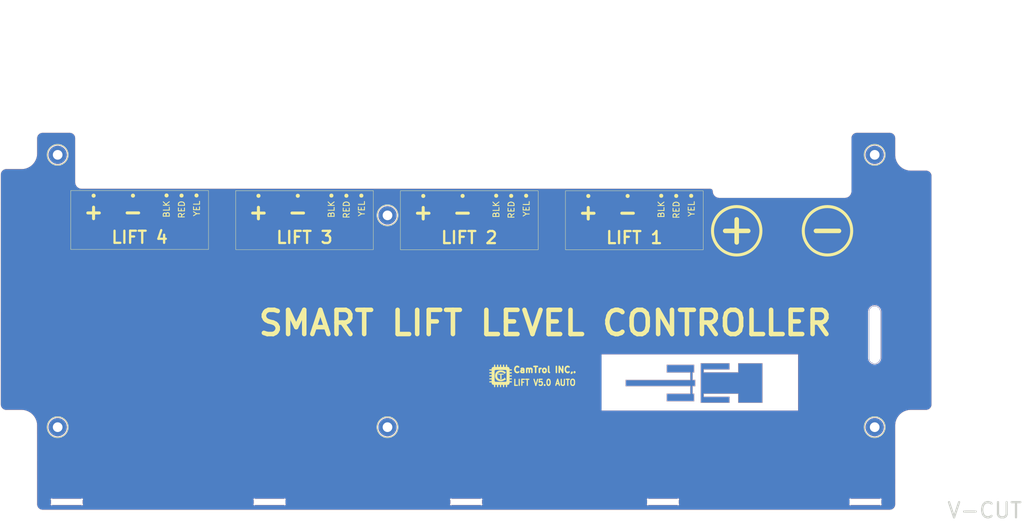
<source format=kicad_pcb>
(kicad_pcb (version 20240108) (generator "pcbnew") (generator_version "8.0")
  (layers (0 "F.Cu" signal) (31 "B.Cu" signal) (34 "B.Paste" user) (35 "F.Paste" user) (36 "B.SilkS" user "B.Silkscreen") (37 "F.SilkS" user "F.Silkscreen") (38 "B.Mask" user) (39 "F.Mask" user) (44 "Edge.Cuts" user))
  (net 0 "")
  (footprint "Server.pretty:MountingHole_3.2mm_M3-pcb" (layer "F.Cu") (at 339.99 108.770001)
    (property "Reference" "H11" (hide yes))
    (property "Value" "MH" (hide yes))
    (fp_circle (center 0 0) (end 3.45 0) (stroke (width 0.2)) (fill none) (layer "F.SilkS"))
    (pad "1" thru_hole circle (at 0 0) (size 6 6) (drill 3.2) (layers "*.Cu" "*.Mask"))
  )
  (footprint "Server.pretty:MountingHole_3.2mm_M3-pcb" (layer "F.Cu") (at 178.99 128.770001)
    (property "Reference" "H7" (hide yes))
    (property "Value" "MH" (hide yes))
    (fp_circle (center 0 0) (end 3.45 0) (stroke (width 0.2)) (fill none) (layer "F.SilkS"))
    (pad "1" thru_hole circle (at 0 0) (size 6 6) (drill 3.2) (layers "*.Cu" "*.Mask"))
  )
  (footprint "" (layer "F.Cu") (at 339.98 168.25)
    (property "Reference" "" (at 0 0 0) (layer "F.SilkS") (effects (font (size 1.27 1.27))))
    (property "Value" "" (at 0 0 0) (layer "F.SilkS") (effects (font (size 1.27 1.27))))
    (pad "" np_thru_hole oval (at 0 0 90) (size 19 3.8) (drill oval 18.8 3.6) (layers "F&B.Cu" "*.Mask"))
  )
  (footprint "Server.pretty:MountingHole_3.2mm_M3-pcb" (layer "F.Cu") (at 339.99 198.770001)
    (property "Reference" "H10" (hide yes))
    (property "Value" "MH" (hide yes))
    (fp_circle (center 0 0) (end 3.45 0) (stroke (width 0.2)) (fill none) (layer "F.SilkS"))
    (pad "1" thru_hole circle (at 0 0) (size 6 6) (drill 3.2) (layers "*.Cu" "*.Mask"))
  )
  (footprint "Server.pretty:MountingHole_3.2mm_M3-pcb" (layer "F.Cu") (at 69.989999 198.770001)
    (property "Reference" "H5" (hide yes))
    (property "Value" "MH" (hide yes))
    (fp_circle (center 0 0) (end 3.45 0) (stroke (width 0.2)) (fill none) (layer "F.SilkS"))
    (pad "1" thru_hole circle (at 0 0) (size 6 6) (drill 3.2) (layers "*.Cu" "*.Mask"))
  )
  (footprint "Server.pretty:logo" (layer "F.Cu") (at 216.375988 181.790528)
    (property "Reference" "G***" (hide yes))
    (property "Value" "LOGO" (hide yes))
    (fp_poly (pts (xy 0.952948 -0.784111) (xy 0.957775 -0.772194) (xy 0.961183 -0.748579) (xy 0.963397 -0.710195) (xy 0.964645 -0.653972) (xy 0.965152 -0.576838) (xy 0.9652 -0.5334) (xy 0.964939 -0.445241) (xy 0.964012 -0.379459) (xy 0.962205 -0.33304) (xy 0.959299 -0.302964) (xy 0.955079 -0.286216) (xy 0.949329 -0.279777) (xy 0.947005 -0.2794) (xy 0.928833 -0.289968) (xy 0.920855 -0.304469) (xy 0.905418 -0.329992) (xy 0.880186 -0.355269) (xy 0.867952 -0.363727) (xy 0.853299 -0.370103) (xy 0.832704 -0.374688) (xy 0.802642 -0.377775) (xy 0.759591 -0.379656) (xy 0.700026 -0.380624) (xy 0.620423 -0.380969) (xy 0.569787 -0.381) (xy 0.2921 -0.381) (xy 0.293365 0.250825) (xy 0.293788 0.376112) (xy 0.294518 0.494407) (xy 0.295515 0.603135) (xy 0.296742 0.699722) (xy 0.298158 0.781592) (xy 0.299725 0.846171) (xy 0.301404 0.890884) (xy 0.303156 0.913157) (xy 0.303422 0.9144) (xy 0.319912 0.942457) (xy 0.348573 0.968973) (xy 0.352466 0.97155) (xy 0.379072 0.993782) (xy 0.392748 1.015821) (xy 0.39321 1.019175) (xy 0.391754 1.026167) (xy 0.385069 1.031524) (xy 0.3702 1.035461) (xy 0.344191 1.038194) (xy 0.304088 1.039938) (xy 0.246936 1.040909) (xy 0.169779 1.041324) (xy 0.0889 1.0414) (xy -0.006791 1.041309) (xy -0.080063 1.040879) (xy -0.133899 1.039876) (xy -0.17128 1.038064) (xy -0.195189 1.035209) (xy -0.208607 1.031075) (xy -0.214515 1.025427) (xy -0.215896 1.018031) (xy -0.2159 1.017376) (xy -0.204408 0.994844) (xy -0.184381 0.985442) (xy -0.169334 0.981174) (xy -0.156611 0.975193) (xy -0.146018 0.965486) (xy -0.137358 0.950037) (xy -0.130438 0.926832) (xy -0.125062 0.893855) (xy -0.121036 0.849091) (xy -0.118164 0.790525) (xy -0.116252 0.716142) (xy -0.115104 0.623928) (xy -0.114527 0.511867) (xy -0.114324 0.377943) (xy -0.1143 0.26098) (xy -0.1143 -0.381) (xy -0.390875 -0.381) (xy -0.489553 -0.380689) (xy -0.566013 -0.379318) (xy -0.623432 -0.376235) (xy -0.66499 -0.370788) (xy -0.693863 -0.362322) (xy -0.71323 -0.350186) (xy -0.726269 -0.333726) (xy -0.736158 -0.312289) (xy -0.737088 -0.309869) (xy -0.752586 -0.286819) (xy -0.768036 -0.2794) (xy -0.774704 -0.282323) (xy -0.779673 -0.293169) (xy -0.783182 -0.315062) (xy -0.785469 -0.351122) (xy -0.786771 -0.404469) (xy -0.787326 -0.478226) (xy -0.7874 -0.5334) (xy -0.787301 -0.619678) (xy -0.786783 -0.683829) (xy -0.785519 -0.729126) (xy -0.783184 -0.758841) (xy -0.779448 -0.776249) (xy -0.773985 -0.784622) (xy -0.766468 -0.787233) (xy -0.762 -0.7874) (xy -0.741394 -0.780453) (xy -0.7366 -0.770745) (xy -0.728546 -0.750055) (xy -0.710706 -0.726295) (xy -0.684811 -0.6985) (xy 0.082006 -0.6985) (xy 0.219691 -0.698628) (xy 0.350116 -0.698996) (xy 0.471014 -0.699581) (xy 0.580118 -0.700361) (xy 0.67516 -0.701313) (xy 0.753874 -0.702415) (xy 0.813993 -0.703643) (xy 0.853249 -0.704974) (xy 0.869375 -0.706387) (xy 0.869381 -0.70639) (xy 0.889449 -0.722696) (xy 0.908839 -0.750827) (xy 0.908845 -0.75084) (xy 0.927227 -0.776199) (xy 0.945755 -0.787375) (xy 0.946476 -0.7874) (xy 0.952948 -0.784111)) (stroke (width 0.01)) (fill solid) (layer "F.SilkS"))
    (fp_poly (pts (xy 0.095422 -1.784943) (xy 0.20223 -1.782397) (xy 0.301992 -1.777943) (xy 0.389315 -1.771627) (xy 0.458806 -1.763493) (xy 0.47625 -1.760541) (xy 0.598161 -1.733552) (xy 0.718802 -1.697943) (xy 0.842029 -1.652105) (xy 0.971698 -1.594429) (xy 1.111668 -1.523306) (xy 1.265793 -1.437126) (xy 1.30175 -1.416124) (xy 1.392969 -1.362715) (xy 1.465346 -1.321353) (xy 1.521838 -1.291049) (xy 1.5654 -1.270811) (xy 1.59899 -1.25965) (xy 1.625564 -1.256574) (xy 1.648077 -1.260593) (xy 1.669487 -1.270717) (xy 1.691939 -1.285393) (xy 1.721286 -1.300882) (xy 1.745064 -1.298992) (xy 1.752264 -1.29558) (xy 1.772567 -1.279278) (xy 1.778 -1.267768) (xy 1.771535 -1.253943) (xy 1.753194 -1.221228) (xy 1.724557 -1.172274) (xy 1.687202 -1.109735) (xy 1.642709 -1.036263) (xy 1.592658 -0.954512) (xy 1.559195 -0.900295) (xy 1.49925 -0.803626) (xy 1.451084 -0.726546) (xy 1.413195 -0.66699) (xy 1.384085 -0.622893) (xy 1.362253 -0.59219) (xy 1.346199 -0.572819) (xy 1.334422 -0.562713) (xy 1.325424 -0.559808) (xy 1.317703 -0.562041) (xy 1.31472 -0.563854) (xy 1.296662 -0.585048) (xy 1.28529 -0.623035) (xy 1.281333 -0.651124) (xy 1.272115 -0.702202) (xy 1.254727 -0.747384) (xy 1.226446 -0.789688) (xy 1.184545 -0.832133) (xy 1.126299 -0.877737) (xy 1.048984 -0.929518) (xy 1.005268 -0.956856) (xy 0.833846 -1.048222) (xy 0.650942 -1.119374) (xy 0.460232 -1.169681) (xy 0.265391 -1.198511) (xy 0.070096 -1.205233) (xy -0.121977 -1.189216) (xy -0.230837 -1.169173) (xy -0.397104 -1.119618) (xy -0.54999 -1.049044) (xy -0.688202 -0.958771) (xy -0.810445 -0.850119) (xy -0.915427 -0.724411) (xy -1.001854 -0.582965) (xy -1.068431 -0.427102) (xy -1.111416 -0.270299) (xy -1.122558 -0.193885) (xy -1.129022 -0.100651) (xy -1.130821 0.001263) (xy -1.127968 0.103716) (xy -1.120476 0.198565) (xy -1.110551 0.2667) (xy -1.067167 0.430003) (xy -1.002127 0.581359) (xy -0.916879 0.719374) (xy -0.812872 0.842654) (xy -0.691552 0.949807) (xy -0.554368 1.039438) (xy -0.402767 1.110154) (xy -0.238198 1.160562) (xy -0.166612 1.175159) (xy -0.086267 1.185247) (xy 0.011027 1.191295) (xy 0.117143 1.193317) (xy 0.223954 1.191327) (xy 0.323335 1.185339) (xy 0.407159 1.175366) (xy 0.414261 1.17417) (xy 0.507568 1.153982) (xy 0.610945 1.125099) (xy 0.71485 1.090614) (xy 0.80974 1.05362) (xy 0.865777 1.027842) (xy 0.921325 0.997996) (xy 0.984724 0.960821) (xy 1.049986 0.920159) (xy 1.111121 0.879852) (xy 1.162141 0.843741) (xy 1.197055 0.815666) (xy 1.198138 0.814667) (xy 1.244555 0.757486) (xy 1.273996 0.691446) (xy 1.2827 0.633731) (xy 1.289993 0.589123) (xy 1.309519 0.558108) (xy 1.336017 0.546503) (xy 1.345995 0.556779) (xy 1.366852 0.585875) (xy 1.396685 0.630666) (xy 1.43359 0.688023) (xy 1.475663 0.754819) (xy 1.520999 0.827928) (xy 1.567696 0.904223) (xy 1.613847 0.980575) (xy 1.657551 1.053857) (xy 1.696902 1.120943) (xy 1.729996 1.178706) (xy 1.75493 1.224017) (xy 1.7698 1.25375) (xy 1.773116 1.264407) (xy 1.753609 1.287345) (xy 1.723314 1.289263) (xy 1.688697 1.27171) (xy 1.654428 1.252401) (xy 1.618507 1.246813) (xy 1.576073 1.255691) (xy 1.522265 1.279777) (xy 1.479242 1.303734) (xy 1.326634 1.392067) (xy 1.192658 1.467724) (xy 1.074635 1.531848) (xy 0.969884 1.585583) (xy 0.875726 1.630072) (xy 0.789481 1.666459) (xy 0.708471 1.695888) (xy 0.630016 1.719502) (xy 0.551435 1.738445) (xy 0.470051 1.75386) (xy 0.399168 1.764695) (xy 0.325819 1.772548) (xy 0.235261 1.77858) (xy 0.134794 1.782639) (xy 0.031721 1.784575) (xy -0.066656 1.784235) (xy -0.153037 1.781468) (xy -0.20955 1.777308) (xy -0.395331 1.750588) (xy -0.575798 1.710078) (xy -0.745447 1.657335) (xy -0.898775 1.593918) (xy -0.95185 1.567219) (xy -1.127034 1.460009) (xy -1.285519 1.334116) (xy -1.42649 1.190679) (xy -1.549131 1.030838) (xy -1.652628 0.855731) (xy -1.736163 0.666498) (xy -1.798922 0.464278) (xy -1.824041 0.34925) (xy -1.836906 0.257094) (xy -1.845152 0.147563) (xy -1.84878 0.028257) (xy -1.847789 -0.093221) (xy -1.842178 -0.209271) (xy -1.831946 -0.312291) (xy -1.824105 -0.36195) (xy -1.773089 -0.57136) (xy -1.700929 -0.768071) (xy -1.608131 -0.951055) (xy -1.495199 -1.119281) (xy -1.393998 -1.239014) (xy -1.259305 -1.369174) (xy -1.114632 -1.480507) (xy -0.957652 -1.574198) (xy -0.786033 -1.651431) (xy -0.597446 -1.713394) (xy -0.389561 -1.761272) (xy -0.3556 -1.767484) (xy -0.29444 -1.775151) (xy -0.213365 -1.780686) (xy -0.117769 -1.784133) (xy -0.013042 -1.785537) (xy 0.095422 -1.784943)) (stroke (width 0.01)) (fill solid) (layer "F.SilkS"))
    (fp_poly (pts (xy 1.015027 -3.70949) (xy 1.07222 -3.683733) (xy 1.120167 -3.63747) (xy 1.143188 -3.599616) (xy 1.151089 -3.58162) (xy 1.157153 -3.561767) (xy 1.16162 -3.536584) (xy 1.164731 -3.502598) (xy 1.166724 -3.456338) (xy 1.167839 -3.394329) (xy 1.168316 -3.3131) (xy 1.1684 -3.234252) (xy 1.1684 -2.920524) (xy 1.74625 -2.92735) (xy 1.7526 -3.2512) (xy 1.754734 -3.354147) (xy 1.757022 -3.435027) (xy 1.760061 -3.497169) (xy 1.764448 -3.543903) (xy 1.770781 -3.578558) (xy 1.779659 -3.604463) (xy 1.791677 -3.624947) (xy 1.807433 -3.64334) (xy 1.826289 -3.661793) (xy 1.880721 -3.697713) (xy 1.941604 -3.711969) (xy 2.003599 -3.705393) (xy 2.061371 -3.678822) (xy 2.109582 -3.63309) (xy 2.121458 -3.615635) (xy 2.129131 -3.601356) (xy 2.135041 -3.58462) (xy 2.139416 -3.562112) (xy 2.142484 -3.530518) (xy 2.144473 -3.486524) (xy 2.145612 -3.426815) (xy 2.146129 -3.348078) (xy 2.146252 -3.255734) (xy 2.14643 -3.156288) (xy 2.14705 -3.079341) (xy 2.14829 -3.021994) (xy 2.15033 -2.981346) (xy 2.153346 -2.954499) (xy 2.157519 -2.938553) (xy 2.163026 -2.930608) (xy 2.166388 -2.928709) (xy 2.187047 -2.92547) (xy 2.226679 -2.922901) (xy 2.278859 -2.921331) (xy 2.317657 -2.921) (xy 2.443871 -2.912805) (xy 2.553594 -2.88732) (xy 2.650107 -2.8432) (xy 2.736693 -2.779098) (xy 2.787106 -2.728422) (xy 2.854985 -2.635583) (xy 2.903789 -2.528713) (xy 2.933957 -2.406482) (xy 2.945925 -2.267562) (xy 2.946179 -2.244725) (xy 2.9464 -2.1336) (xy 3.26453 -2.1336) (xy 3.369466 -2.133287) (xy 3.451826 -2.132252) (xy 3.514429 -2.130353) (xy 3.560091 -2.127447) (xy 3.59163 -2.123391) (xy 3.611864 -2.118043) (xy 3.616955 -2.115757) (xy 3.672229 -2.074699) (xy 3.708268 -2.022297) (xy 3.725107 -1.963405) (xy 3.722782 -1.902877) (xy 3.701328 -1.845567) (xy 3.660779 -1.796328) (xy 3.614438 -1.765924) (xy 3.595789 -1.757704) (xy 3.575778 -1.751415) (xy 3.550858 -1.746801) (xy 3.517482 -1.743606) (xy 3.472104 -1.741575) (xy 3.411176 -1.740451) (xy 3.331152 -1.73998) (xy 3.25354 -1.7399) (xy 2.9464 -1.7399) (xy 2.9464 -1.1557) (xy 3.25354 -1.1557) (xy 3.350776 -1.155563) (xy 3.426166 -1.154978) (xy 3.483262 -1.153686) (xy 3.52562 -1.15143) (xy 3.55679 -1.147951) (xy 3.580327 -1.14299) (xy 3.599784 -1.136289) (xy 3.615011 -1.129399) (xy 3.670312 -1.091604) (xy 3.704914 -1.040724) (xy 3.720117 -0.974544) (xy 3.7211 -0.948801) (xy 3.718489 -0.901709) (xy 3.708426 -0.8686) (xy 3.687837 -0.838719) (xy 3.668099 -0.81627) (xy 3.648908 -0.798689) (xy 3.626985 -0.785381) (xy 3.599053 -0.775752) (xy 3.561833 -0.769208) (xy 3.512049 -0.765155) (xy 3.446422 -0.762999) (xy 3.361673 -0.762146) (xy 3.26453 -0.762001) (xy 2.9464 -0.762) (xy 2.9464 -0.166303) (xy 3.275698 -0.162527) (xy 3.376085 -0.161276) (xy 3.454279 -0.159927) (xy 3.51349 -0.158212) (xy 3.556925 -0.155863) (xy 3.587793 -0.152611) (xy 3.6093 -0.148188) (xy 3.624656 -0.142328) (xy 3.637067 -0.134761) (xy 3.640823 -0.132023) (xy 3.689129 -0.082073) (xy 3.717117 -0.022881) (xy 3.724769 0.0404) (xy 3.71207 0.102618) (xy 3.679001 0.158623) (xy 3.641916 0.192673) (xy 3.628452 0.201662) (xy 3.61413 0.208697) (xy 3.595699 0.214092) (xy 3.569908 0.218161) (xy 3.533507 0.22122) (xy 3.483243 0.223581) (xy 3.415866 0.225559) (xy 3.328125 0.227469) (xy 3.27025 0.2286) (xy 3.181876 0.230651) (xy 3.10267 0.233165) (xy 3.035922 0.235983) (xy 2.984924 0.238943) (xy 2.952968 0.241888) (xy 2.943225 0.244475) (xy 2.944141 0.259415) (xy 2.944954 0.296005) (xy 2.945623 0.350496) (xy 2.946107 0.419137) (xy 2.946367 0.49818) (xy 2.9464 0.539157) (xy 2.9464 0.824315) (xy 3.282266 0.828082) (xy 3.618132 0.83185) (xy 3.663511 0.875854) (xy 3.707155 0.933384) (xy 3.726814 0.995671) (xy 3.72249 1.059111) (xy 3.694181 1.120099) (xy 3.663511 1.156145) (xy 3.618132 1.20015) (xy 2.9464 1.207684) (xy 2.9464 1.801839) (xy 3.273425 1.805794) (xy 3.379683 1.807219) (xy 3.463694 1.809106) (xy 3.528607 1.812165) (xy 3.577573 1.81711) (xy 3.613742 1.824653) (xy 3.640266 1.835507) (xy 3.660294 1.850384) (xy 3.676978 1.869996) (xy 3.693467 1.895057) (xy 3.697593 1.901712) (xy 3.721468 1.962821) (xy 3.722901 2.027463) (xy 3.70312 2.089959) (xy 3.663356 2.144633) (xy 3.640823 2.164022) (xy 3.628674 2.172173) (xy 3.614575 2.178535) (xy 3.595321 2.183375) (xy 3.567702 2.186961) (xy 3.528512 2.189562) (xy 3.474541 2.191446) (xy 3.402583 2.19288) (xy 3.309429 2.194132) (xy 3.275698 2.194526) (xy 2.9464 2.198302) (xy 2.946179 2.308826) (xy 2.937556 2.446595) (xy 2.911728 2.567246) (xy 2.867881 2.673068) (xy 2.805199 2.76635) (xy 2.7686 2.806917) (xy 2.704815 2.866337) (xy 2.642746 2.91085) (xy 2.57682 2.94266) (xy 2.501469 2.963974) (xy 2.411123 2.976998) (xy 2.3241 2.982939) (xy 2.15265 2.99085) (xy 2.1463 3.321648) (xy 2.144168 3.423787) (xy 2.141995 3.503672) (xy 2.139528 3.564449) (xy 2.136516 3.609262) (xy 2.132707 3.641256) (xy 2.127849 3.663578) (xy 2.121691 3.679371) (xy 2.117034 3.687379) (xy 2.07182 3.735783) (xy 2.01617 3.763921) (xy 1.9548 3.771914) (xy 1.892428 3.759881) (xy 1.833769 3.727944) (xy 1.785517 3.678924) (xy 1.777411 3.666728) (xy 1.77108 3.652497) (xy 1.766257 3.633025) (xy 1.762674 3.605104) (xy 1.760062 3.565525) (xy 1.758153 3.511082) (xy 1.756679 3.438566) (xy 1.755372 3.34477) (xy 1.754994 3.313799) (xy 1.751039 2.9845) (xy 1.1684 2.9845) (xy 1.1684 3.296057) (xy 1.168147 3.401952) (xy 1.167006 3.485776) (xy 1.164402 3.550855) (xy 1.15976 3.600517) (xy 1.152506 3.638089) (xy 1.142063 3.666897) (xy 1.127858 3.690269) (xy 1.109316 3.711532) (xy 1.094045 3.726381) (xy 1.043432 3.757825) (xy 0.982509 3.771551) (xy 0.919891 3.766782) (xy 0.870067 3.746572) (xy 0.844655 3.730318) (xy 0.824598 3.714483) (xy 0.809195 3.695948) (xy 0.797747 3.671592) (xy 0.789553 3.638297) (xy 0.783912 3.592941) (xy 0.780125 3.532404) (xy 0.777492 3.453568) (xy 0.775311 3.353311) (xy 0.7747 3.321651) (xy 0.76835 2.99085) (xy 0.18415 2.99085) (xy 0.1778 3.32105) (xy 0.175686 3.422731) (xy 0.173553 3.502175) (xy 0.17114 3.562544) (xy 0.16819 3.606999) (xy 0.164442 3.638703) (xy 0.159638 3.660817) (xy 0.153519 3.676503) (xy 0.14791 3.685951) (xy 0.101611 3.734097) (xy 0.044874 3.762776) (xy -0.016938 3.772131) (xy -0.078466 3.762305) (xy -0.134348 3.733442) (xy -0.179223 3.685686) (xy -0.184584 3.677056) (xy -0.194207 3.660034) (xy -0.201624 3.64362) (xy -0.207123 3.624395) (xy -0.210991 3.598939) (xy -0.213513 3.563833) (xy -0.214979 3.515657) (xy -0.215674 3.450991) (xy -0.215886 3.366416) (xy -0.2159 3.304059) (xy -0.2159 2.9845) (xy -0.8001 2.9845) (xy -0.8001 3.292959) (xy -0.800205 3.38987) (xy -0.800705 3.464939) (xy -0.801879 3.521722) (xy -0.804004 3.563775) (xy -0.80736 3.594656) (xy -0.812225 3.617922) (xy -0.818877 3.637128) (xy -0.827594 3.655833) (xy -0.828675 3.657981) (xy -0.869368 3.714584) (xy -0.922371 3.753104) (xy -0.982748 3.771925) (xy -1.045559 3.769432) (xy -1.101035 3.747058) (xy -1.125629 3.731342) (xy -1.145064 3.715538) (xy -1.160017 3.696553) (xy -1.171163 3.671291) (xy -1.179176 3.636657) (xy -1.184731 3.589556) (xy -1.188503 3.526893) (xy -1.191167 3.445574) (xy -1.193398 3.342503) (xy -1.1938 3.321648) (xy -1.20015 2.99085) (xy -1.494655 2.987442) (xy -1.78916 2.984035) (xy -1.793105 3.317642) (xy -1.794352 3.418303) (xy -1.795621 3.496782) (xy -1.797211 3.556296) (xy -1.799417 3.600063) (xy -1.802536 3.631299) (xy -1.806866 3.653222) (xy -1.812703 3.669048) (xy -1.820344 3.681994) (xy -1.827657 3.692041) (xy -1.876175 3.737504) (xy -1.936051 3.764515) (xy -2.000737 3.771575) (xy -2.063684 3.757181) (xy -2.079076 3.749675) (xy -2.11568 3.723308) (xy -2.148092 3.690499) (xy -2.148727 3.689688) (xy -2.157582 3.677526) (xy -2.164491 3.664469) (xy -2.169738 3.647323) (xy -2.173607 3.622894) (xy -2.176383 3.587986) (xy -2.178351 3.539406) (xy -2.179796 3.47396) (xy -2.181001 3.388453) (xy -2.181818 3.318213) (xy -2.185585 2.9845) (xy -2.329705 2.9845) (xy -2.44617 2.979367) (xy -2.544498 2.962684) (xy -2.630057 2.93252) (xy -2.708216 2.886948) (xy -2.784344 2.824038) (xy -2.789248 2.8194) (xy -2.859467 2.742286) (xy -2.911129 2.660478) (xy -2.945938 2.569524) (xy -2.965594 2.46497) (xy -2.9718 2.342363) (xy -2.9718 2.1971) (xy -3.290556 2.1971) (xy -3.399054 2.196804) (xy -3.485282 2.195535) (xy -3.552371 2.192715) (xy -3.603446 2.187768) (xy -3.641638 2.180118) (xy -3.670074 2.169189) (xy -3.691882 2.154404) (xy -3.71019 2.135188) (xy -3.723648 2.117323) (xy -3.748919 2.063618) (xy -3.757619 2.002629) (xy -3.74939 1.943664) (xy -3.731757 1.906167) (xy -3.712315 1.878379) (xy -3.694396 1.856516) (xy -3.674776 1.839829) (xy -3.650233 1.827568) (xy -3.617543 1.818985) (xy -3.573484 1.813329) (xy -3.514832 1.809851) (xy -3.438365 1.807802) (xy -3.340859 1.806433) (xy -3.300867 1.805972) (xy -2.971335 1.802194) (xy -2.974743 1.507522) (xy -2.97815 1.21285) (xy -3.308949 1.2065) (xy -3.411088 1.204368) (xy -3.490973 1.202195) (xy -3.55175 1.199728) (xy -3.596563 1.196716) (xy -3.628557 1.192907) (xy -3.650879 1.188049) (xy -3.666672 1.181891) (xy -3.67468 1.177234) (xy -3.721527 1.132752) (xy -3.749563 1.076907) (xy -3.75879 1.015409) (xy -3.749208 0.953965) (xy -3.720815 0.898283) (xy -3.67468 0.854765) (xy -3.661383 0.847659) (xy -3.643538 0.842012) (xy -3.618 0.837572) (xy -3.581623 0.834088) (xy -3.531263 0.831307) (xy -3.463774 0.828978) (xy -3.376012 0.82685) (xy -3.308949 0.8255) (xy -2.97815 0.81915) (xy -2.971332 0.2286) (xy -3.290512 0.2286) (xy -3.389358 0.228491) (xy -3.466197 0.228) (xy -3.524421 0.226878) (xy -3.567422 0.224876) (xy -3.598593 0.221746) (xy -3.621325 0.217239) (xy -3.639011 0.211106) (xy -3.655044 0.203099) (xy -3.657549 0.201702) (xy -3.708352 0.160487) (xy -3.74119 0.107546) (xy -3.756136 0.048093) (xy -3.753261 -0.012659) (xy -3.732638 -0.069496) (xy -3.694338 -0.117205) (xy -3.652756 -0.144485) (xy -3.63517 -0.151114) (xy -3.611686 -0.156198) (xy -3.579025 -0.159927) (xy -3.533908 -0.162492) (xy -3.473056 -0.164082) (xy -3.393188 -0.164888) (xy -3.297148 -0.1651) (xy -2.984984 -0.1651) (xy -2.977974 -0.193675) (xy -2.976034 -0.214625) (xy -2.974647 -0.256712) (xy -2.973861 -0.315678) (xy -2.973725 -0.387265) (xy -2.974288 -0.467217) (xy -2.974557 -0.48895) (xy -2.97815 -0.75565) (xy -3.30835 -0.762) (xy -3.408782 -0.764022) (xy -3.487054 -0.76596) (xy -3.546407 -0.768116) (xy -3.590077 -0.770796) (xy -3.621303 -0.774301) (xy -3.643325 -0.778937) (xy -3.659379 -0.785006) (xy -3.672705 -0.792812) (xy -3.67826 -0.796675) (xy -3.72269 -0.842221) (xy -3.74994 -0.899393) (xy -3.758645 -0.961477) (xy -3.74744 -1.021763) (xy -3.730625 -1.05423) (xy -3.711565 -1.081645) (xy -3.693874 -1.103215) (xy -3.674337 -1.11968) (xy -3.64974 -1.131779) (xy -3.616869 -1.140253) (xy -3.57251 -1.145841) (xy -3.513448 -1.149285) (xy -3.436469 -1.151323) (xy -3.338359 -1.152697) (xy -3.301099 -1.153127) (xy -2.9718 -1.156903) (xy -2.9718 -1.64465) (xy -1.98755 -1.64465) (xy -1.98755 1.69545) (xy -1.958231 1.75895) (xy -1.910921 1.836084) (xy -1.846866 1.904115) (xy -1.772121 1.957859) (xy -1.692742 1.992132) (xy -1.68275 1.9948) (xy -1.665549 1.995945) (xy -1.624485 1.997021) (xy -1.561097 1.998019) (xy -1.47692 1.998934) (xy -1.373494 1.999759) (xy -1.252355 2.000486) (xy -1.115041 2.00111) (xy -0.96309 2.001623) (xy -0.798038 2.002018) (xy -0.621423 2.00229) (xy -0.434784 2.00243) (xy -0.239656 2.002433) (xy -0.037578 2.002291) (xy 0.00635 2.002242) (xy 1.65735 2.00025) (xy 1.73465 1.959839) (xy 1.818559 1.904108) (xy 1.884712 1.832531) (xy 1.920797 1.774471) (xy 1.94945 1.72085) (xy 1.94945 -1.65735) (xy 1.920324 -1.711898) (xy 1.859434 -1.800303) (xy 1.781329 -1.871588) (xy 1.737405 -1.899437) (xy 1.67005 -1.93675) (xy 0.012854 -1.940158) (xy -0.231626 -1.940687) (xy -0.452029 -1.941178) (xy -0.649682 -1.941571) (xy -0.825906 -1.941806) (xy -0.982027 -1.941823) (xy -1.119368 -1.941561) (xy -1.239253 -1.94096) (xy -1.343007 -1.939961) (xy -1.431954 -1.938503) (xy -1.507417 -1.936526) (xy -1.570721 -1.933969) (xy -1.62319 -1.930774) (xy -1.666148 -1.926879) (xy -1.700919 -1.922224) (xy -1.728827 -1.91675) (xy -1.751196 -1.910396) (xy -1.76935 -1.903102) (xy -1.784614 -1.894809) (xy -1.798311 -1.885455) (xy -1.811765 -1.87498) (xy -1.826301 -1.863326) (xy -1.835454 -1.856226) (xy -1.896918 -1.795306) (xy -1.9421 -1.7272) (xy -1.98755 -1.64465) (xy -2.9718 -1.64465) (xy -2.9718 -1.73834) (xy -3.3011 -1.742295) (xy -3.406831 -1.743669) (xy -3.490379 -1.745455) (xy -3.554956 -1.748393) (xy -3.603779 -1.753225) (xy -3.64006 -1.760692) (xy -3.667015 -1.771535) (xy -3.687857 -1.786497) (xy -3.7058 -1.806318) (xy -3.72406 -1.83174) (xy -3.730626 -1.841371) (xy -3.754228 -1.897138) (xy -3.757162 -1.959021) (xy -3.740765 -2.020456) (xy -3.706374 -2.074876) (xy -3.677642 -2.101442) (xy -3.665612 -2.109314) (xy -3.650954 -2.115515) (xy -3.630496 -2.120325) (xy -3.601063 -2.124021) (xy -3.559483 -2.126881) (xy -3.502581 -2.129183) (xy -3.427185 -2.131205) (xy -3.330121 -2.133226) (xy -3.31063 -2.1336) (xy -2.97815 -2.13995) (xy -2.970299 -2.30505) (xy -2.963182 -2.406086) (xy -2.951123 -2.487569) (xy -2.931989 -2.555191) (xy -2.903641 -2.614644) (xy -2.863945 -2.671621) (xy -2.810765 -2.731812) (xy -2.809733 -2.732894) (xy -2.733438 -2.804815) (xy -2.65804 -2.857211) (xy -2.577775 -2.892443) (xy -2.486882 -2.912873) (xy -2.379597 -2.920865) (xy -2.35037 -2.921195) (xy -2.293412 -2.922151) (xy -2.245335 -2.92458) (xy -2.212189 -2.928081) (xy -2.200903 -2.931082) (xy -2.19569 -2.942579) (xy -2.191409 -2.970988) (xy -2.187958 -3.018076) (xy -2.185236 -3.085611) (xy -2.183143 -3.175361) (xy -2.181853 -3.264262) (xy -2.180614 -3.363352) (xy -2.179313 -3.440333) (xy -2.177647 -3.498498) (xy -2.175316 -3.541139) (xy -2.17202 -3.571545) (xy -2.167456 -3.593008) (xy -2.161324 -3.60882) (xy -2.153324 -3.622272) (xy -2.148474 -3.629217) (xy -2.100783 -3.676398) (xy -2.042865 -3.703626) (xy -1.980068 -3.711011) (xy -1.917741 -3.698664) (xy -1.861233 -3.666695) (xy -1.82059 -3.622452) (xy -1.813314 -3.609512) (xy -1.807548 -3.592516) (xy -1.803033 -3.568301) (xy -1.799508 -3.533706) (xy -1.796716 -3.485569) (xy -1.794398 -3.420728) (xy -1.792294 -3.336022) (xy -1.7907 -3.25755) (xy -1.78435 -2.92735) (xy -1.20015 -2.92735) (xy -1.1938 -3.25755) (xy -1.190947 -3.375607) (xy -1.187385 -3.470817) (xy -1.18315 -3.542545) (xy -1.178282 -3.590157) (xy -1.172817 -3.613019) (xy -1.172742 -3.61315) (xy -1.128567 -3.66576) (xy -1.070733 -3.699413) (xy -1.004758 -3.711784) (xy -0.953224 -3.705689) (xy -0.911808 -3.687121) (xy -0.870334 -3.655706) (xy -0.835539 -3.618071) (xy -0.814161 -3.580841) (xy -0.810673 -3.565489) (xy -0.808062 -3.528931) (xy -0.80645 -3.5052) (xy -0.805736 -3.483415) (xy -0.804922 -3.440454) (xy -0.804068 -3.380539) (xy -0.80323 -3.307895) (xy -0.802467 -3.226744) (xy -0.802228 -3.196987) (xy -0.8001 -2.920524) (xy -0.22225 -2.92735) (xy -0.2159 -3.2512) (xy -0.21379 -3.351476) (xy -0.211678 -3.42965) (xy -0.209278 -3.489019) (xy -0.206303 -3.53288) (xy -0.202469 -3.56453) (xy -0.197489 -3.587265) (xy -0.191076 -3.604382) (xy -0.18415 -3.617203) (xy -0.140235 -3.668162) (xy -0.085034 -3.69956) (xy -0.02367 -3.711228) (xy 0.038735 -3.702996) (xy 0.09706 -3.674693) (xy 0.144722 -3.62813) (xy 0.152856 -3.615925) (xy 0.159253 -3.601573) (xy 0.164198 -3.581884) (xy 0.167979 -3.55367) (xy 0.170881 -3.513744) (xy 0.173192 -3.458916) (xy 0.175197 -3.385997) (xy 0.177182 -3.291801) (xy 0.1778 -3.25983) (xy 0.18415 -2.92735) (xy 0.76835 -2.92735) (xy 0.7747 -3.25983) (xy 0.776883 -3.367547) (xy 0.779402 -3.452958) (xy 0.783075 -3.519151) (xy 0.788722 -3.569215) (xy 0.797163 -3.606238) (xy 0.809218 -3.633309) (xy 0.825707 -3.653517) (xy 0.847449 -3.669951) (xy 0.875265 -3.685699) (xy 0.889743 -3.693261) (xy 0.952798 -3.713185) (xy 1.015027 -3.70949)) (stroke (width 0.01)) (fill solid) (layer "F.SilkS"))
  )
  (footprint "Server.pretty:MountingHole_3.2mm_M3-pcb" (layer "F.Cu") (at 69.989999 108.770001)
    (property "Reference" "H4" (hide yes))
    (property "Value" "MH" (hide yes))
    (fp_circle (center 0 0) (end 3.45 0) (stroke (width 0.2)) (fill none) (layer "F.SilkS"))
    (pad "1" thru_hole circle (at 0 0) (size 6 6) (drill 3.2) (layers "*.Cu" "*.Mask"))
  )
  (footprint "Server.pretty:MountingHole_3.2mm_M3-pcb" (layer "F.Cu") (at 178.99 198.77)
    (property "Reference" "H1" (hide yes))
    (property "Value" "MH" (hide yes))
    (fp_circle (center 0 0) (end 3.45 0) (stroke (width 0.2)) (fill none) (layer "F.SilkS"))
    (pad "1" thru_hole circle (at 0 0) (size 6 6) (drill 3.2) (layers "*.Cu" "*.Mask"))
  )
  (footprint "Server:IPX-ANTENA" (layer "B.Cu") (at 280.99 184.19)
    (property "Reference" "A1" (hide yes))
    (property "Value" "IPX-ANTENA" (hide yes))
    (fp_poly (pts (xy 1.5 6.5) (xy 1.5 -6.5) (xy 11 -6.5) (xy 11 -4.5) (xy 2.5 -4.5) (xy 2.5 -3.5) (xy 13.9 -3.5) (xy 13.9 -6.5) (xy 21.9 -6.5) (xy 21.9 6.5) (xy 13.9 6.5) (xy 13.9 3.5) (xy 2.5 3.5) (xy 2.5 4.5) (xy 11 4.5) (xy 11 6.5)) (stroke (width 0.12)) (fill solid) (layer "B.Cu"))
    (fp_poly (pts (xy -9.7 6) (xy -9.7 3.5) (xy -1.9 3.5) (xy -1.9 1) (xy -23.3 1) (xy -23.3 -1) (xy -1.9 -1) (xy -1.9 -3.5) (xy -9.7 -3.5) (xy -9.7 -6) (xy -0.7 -6) (xy -0.7 -3.5) (xy -1.2 -3.5) (xy -1.2 -1) (xy -0.3 -1) (xy -0.3 1) (xy -1.2 1) (xy -1.2 3.5) (xy -0.7 3.5) (xy -0.7 6)) (stroke (width 0.12)) (fill solid) (layer "B.Cu"))
    (fp_line (start -23.3 -1) (end -23.3 1) (stroke (width 0.12)) (layer "B.SilkS"))
    (fp_line (start -23.3 -1) (end -1.9 -1) (stroke (width 0.12)) (layer "B.SilkS"))
    (fp_line (start -23.3 1) (end -1.9 1) (stroke (width 0.12)) (layer "B.SilkS"))
    (fp_line (start -9.7 -6) (end -9.7 -3.5) (stroke (width 0.12)) (layer "B.SilkS"))
    (fp_line (start -9.7 -3.5) (end -1.9 -3.5) (stroke (width 0.12)) (layer "B.SilkS"))
    (fp_line (start -9.7 3.5) (end -9.7 6) (stroke (width 0.12)) (layer "B.SilkS"))
    (fp_line (start -9.7 3.5) (end -1.9 3.5) (stroke (width 0.12)) (layer "B.SilkS"))
    (fp_line (start -1.9 -3.5) (end -1.9 -1) (stroke (width 0.12)) (layer "B.SilkS"))
    (fp_line (start -1.9 1) (end -1.9 3.5) (stroke (width 0.12)) (layer "B.SilkS"))
    (fp_line (start -1.2 -3.5) (end -1.2 -1) (stroke (width 0.12)) (layer "B.SilkS"))
    (fp_line (start -1.2 -3.5) (end -0.7 -3.5) (stroke (width 0.12)) (layer "B.SilkS"))
    (fp_line (start -1.2 1) (end -1.2 3.5) (stroke (width 0.12)) (layer "B.SilkS"))
    (fp_line (start -1.2 3.5) (end -0.7 3.5) (stroke (width 0.12)) (layer "B.SilkS"))
    (fp_line (start -0.7 -6) (end -9.7 -6) (stroke (width 0.12)) (layer "B.SilkS"))
    (fp_line (start -0.7 -3.5) (end -0.7 -6) (stroke (width 0.12)) (layer "B.SilkS"))
    (fp_line (start -0.7 6) (end -9.7 6) (stroke (width 0.12)) (layer "B.SilkS"))
    (fp_line (start -0.7 6) (end -0.7 3.5) (stroke (width 0.12)) (layer "B.SilkS"))
    (fp_line (start -0.3 -1) (end -1.2 -1) (stroke (width 0.12)) (layer "B.SilkS"))
    (fp_line (start -0.3 -1) (end -0.3 1) (stroke (width 0.12)) (layer "B.SilkS"))
    (fp_line (start -0.3 1) (end -1.2 1) (stroke (width 0.12)) (layer "B.SilkS"))
    (fp_line (start 1.5 -6.5) (end 1.5 6.5) (stroke (width 0.12)) (layer "B.SilkS"))
    (fp_line (start 2.5 -4.5) (end 2.5 -3.5) (stroke (width 0.12)) (layer "B.SilkS"))
    (fp_line (start 2.5 -4.5) (end 11 -4.5) (stroke (width 0.12)) (layer "B.SilkS"))
    (fp_line (start 2.5 3.5) (end 2.5 4.5) (stroke (width 0.12)) (layer "B.SilkS"))
    (fp_line (start 11 -6.5) (end 1.5 -6.5) (stroke (width 0.12)) (layer "B.SilkS"))
    (fp_line (start 11 -4.5) (end 11 -6.5) (stroke (width 0.12)) (layer "B.SilkS"))
    (fp_line (start 11 4.5) (end 2.5 4.5) (stroke (width 0.12)) (layer "B.SilkS"))
    (fp_line (start 11 4.5) (end 11 6.5) (stroke (width 0.12)) (layer "B.SilkS"))
    (fp_line (start 11 6.5) (end 1.5 6.5) (stroke (width 0.12)) (layer "B.SilkS"))
    (fp_line (start 13.9 -6.5) (end 13.9 -3.5) (stroke (width 0.12)) (layer "B.SilkS"))
    (fp_line (start 13.9 -3.5) (end 2.5 -3.5) (stroke (width 0.12)) (layer "B.SilkS"))
    (fp_line (start 13.9 3.5) (end 2.5 3.5) (stroke (width 0.12)) (layer "B.SilkS"))
    (fp_line (start 13.9 3.5) (end 13.9 6.5) (stroke (width 0.12)) (layer "B.SilkS"))
    (fp_line (start 21.9 -6.5) (end 13.9 -6.5) (stroke (width 0.12)) (layer "B.SilkS"))
    (fp_line (start 21.9 -6.5) (end 21.9 6.5) (stroke (width 0.12)) (layer "B.SilkS"))
    (fp_line (start 21.9 6.5) (end 13.9 6.5) (stroke (width 0.12)) (layer "B.SilkS"))
  )
  (gr_circle (center 94.87 122.250001) (end 95.478276 122.250001) (stroke (width 0.12)) (fill solid) (layer "F.SilkS"))
  (gr_circle (center 203.81 122.342592) (end 204.418276 122.342592) (stroke (width 0.12)) (fill solid) (layer "F.SilkS"))
  (gr_circle (center 274.405 122.340129) (end 275.013276 122.340129) (stroke (width 0.12)) (fill solid) (layer "F.SilkS"))
  (gr_circle (center 279.35 122.307629) (end 279.958276 122.307629) (stroke (width 0.12)) (fill solid) (layer "F.SilkS"))
  (gr_rect (start 128.8 120.618405) (end 174.32 140.088405) (stroke (width 0.12)) (fill none) (layer "F.SilkS"))
  (gr_rect (start 74.32 120.570001) (end 119.84 140.040001) (stroke (width 0.12)) (fill none) (layer "F.SilkS"))
  (gr_circle (center 81.87 122.261725) (end 82.478276 122.261725) (stroke (width 0.12)) (fill solid) (layer "F.SilkS"))
  (gr_circle (center 245.35 122.370129) (end 245.958276 122.370129) (stroke (width 0.12)) (fill solid) (layer "F.SilkS"))
  (gr_circle (center 105.97 122.190001) (end 106.578276 122.190001) (stroke (width 0.12)) (fill solid) (layer "F.SilkS"))
  (gr_circle (center 110.925 122.231725) (end 111.533276 122.231725) (stroke (width 0.12)) (fill solid) (layer "F.SilkS"))
  (gr_circle (center 136.35 122.310129) (end 136.958276 122.310129) (stroke (width 0.12)) (fill solid) (layer "F.SilkS"))
  (gr_circle (center 115.87 122.199225) (end 116.478276 122.199225) (stroke (width 0.12)) (fill solid) (layer "F.SilkS"))
  (gr_circle (center 258.35 122.358405) (end 258.958276 122.358405) (stroke (width 0.12)) (fill solid) (layer "F.SilkS"))
  (gr_circle (center 214.91 122.282592) (end 215.518276 122.282592) (stroke (width 0.12)) (fill solid) (layer "F.SilkS"))
  (gr_circle (center 219.865 122.324316) (end 220.473276 122.324316) (stroke (width 0.12)) (fill solid) (layer "F.SilkS"))
  (gr_rect (start 237.8 120.678405) (end 283.32 140.148405) (stroke (width 0.12)) (fill none) (layer "F.SilkS"))
  (gr_circle (center 170.35 122.247629) (end 170.958276 122.247629) (stroke (width 0.12)) (fill solid) (layer "F.SilkS"))
  (gr_circle (center 324.39 133.870001) (end 332.39 133.870001) (stroke (width 1)) (fill none) (layer "F.SilkS"))
  (gr_circle (center 149.35 122.298405) (end 149.958276 122.298405) (stroke (width 0.12)) (fill solid) (layer "F.SilkS"))
  (gr_circle (center 160.45 122.238405) (end 161.058276 122.238405) (stroke (width 0.12)) (fill solid) (layer "F.SilkS"))
  (gr_circle (center 269.45 122.298405) (end 270.058276 122.298405) (stroke (width 0.12)) (fill solid) (layer "F.SilkS"))
  (gr_circle (center 190.81 122.354316) (end 191.418276 122.354316) (stroke (width 0.12)) (fill solid) (layer "F.SilkS"))
  (gr_circle (center 224.81 122.291816) (end 225.418276 122.291816) (stroke (width 0.12)) (fill solid) (layer "F.SilkS"))
  (gr_circle (center 294.39 133.870001) (end 302.39 133.870001) (stroke (width 1)) (fill none) (layer "F.SilkS"))
  (gr_rect (start 183.26 120.662592) (end 228.78 140.132592) (stroke (width 0.12)) (fill none) (layer "F.SilkS"))
  (gr_circle (center 165.405 122.280129) (end 166.013276 122.280129) (stroke (width 0.12)) (fill solid) (layer "F.SilkS"))
  (gr_line (start 144.94 224.29) (end 135.1 224.29) (stroke (width 0.05)) (layer "Edge.Cuts"))
  (gr_line (start 332.02 222.65) (end 341.86 222.65) (stroke (width 0.05)) (layer "Edge.Cuts"))
  (gr_arc (start 64.989999 226.270001) (mid 63.575785 225.684215) (end 62.989999 224.270001) (stroke (width 0.05)) (layer "Edge.Cuts"))
  (gr_arc (start 356.990001 113.77) (mid 358.404215 114.355786) (end 358.990001 115.77) (stroke (width 0.05)) (layer "Edge.Cuts"))
  (gr_line (start 62.98 198.27) (end 62.989999 224.270001) (stroke (width 0.05)) (layer "Edge.Cuts"))
  (gr_arc (start 73.989999 101.270001) (mid 75.404213 101.855787) (end 75.989999 103.270001) (stroke (width 0.05)) (layer "Edge.Cuts"))
  (gr_line (start 200.08 222.65) (end 209.92 222.65) (stroke (width 0.05)) (layer "Edge.Cuts"))
  (gr_arc (start 144.94 222.65) (mid 145.110711 222.579289) (end 145.04 222.75) (stroke (width 0.05)) (layer "Edge.Cuts"))
  (gr_line (start 57.99 113.27) (end 52.99 113.27) (stroke (width 0.05)) (layer "Edge.Cuts"))
  (gr_arc (start 344.99 101.270001) (mid 346.404214 101.855787) (end 346.99 103.270001) (stroke (width 0.05)) (layer "Edge.Cuts"))
  (gr_line (start 265.1 222.65) (end 274.94 222.65) (stroke (width 0.05)) (layer "Edge.Cuts"))
  (gr_arc (start 332.09 120.770001) (mid 331.504214 122.184215) (end 330.09 122.770001) (stroke (width 0.05)) (layer "Edge.Cuts"))
  (gr_arc (start 210.02 224.19) (mid 210.090711 224.360711) (end 209.92 224.29) (stroke (width 0.05)) (layer "Edge.Cuts"))
  (gr_arc (start 275.04 224.19) (mid 275.110711 224.360711) (end 274.94 224.29) (stroke (width 0.05)) (layer "Edge.Cuts"))
  (gr_arc (start 288.69 122.770001) (mid 287.275786 122.184215) (end 286.69 120.770001) (stroke (width 0.05)) (layer "Edge.Cuts"))
  (gr_arc (start 77.93 222.65) (mid 78.100711 222.579289) (end 78.03 222.75) (stroke (width 0.05)) (layer "Edge.Cuts"))
  (gr_line (start 57.98 193.27) (end 52.98 193.27) (stroke (width 0.05)) (layer "Edge.Cuts"))
  (gr_arc (start 62.989999 103.270001) (mid 63.575785 101.855787) (end 64.989999 101.270001) (stroke (width 0.05)) (layer "Edge.Cuts"))
  (gr_arc (start 77.989999 119.770001) (mid 76.575785 119.184215) (end 75.989999 117.770001) (stroke (width 0.05)) (layer "Edge.Cuts"))
  (gr_arc (start 332.09 103.270001) (mid 332.675786 101.855787) (end 334.09 101.270001) (stroke (width 0.05)) (layer "Edge.Cuts"))
  (gr_arc (start 265 222.75) (mid 264.929289 222.579289) (end 265.1 222.65) (stroke (width 0.05)) (layer "Edge.Cuts"))
  (gr_arc (start 145.04 224.19) (mid 145.110711 224.360711) (end 144.94 224.29) (stroke (width 0.05)) (layer "Edge.Cuts"))
  (gr_arc (start 331.92 222.75) (mid 331.849289 222.579289) (end 332.02 222.65) (stroke (width 0.05)) (layer "Edge.Cuts"))
  (gr_arc (start 341.96 224.19) (mid 342.030711 224.360711) (end 341.86 224.29) (stroke (width 0.05)) (layer "Edge.Cuts"))
  (gr_line (start 344.99 101.270001) (end 334.09 101.270001) (stroke (width 0.05)) (layer "Edge.Cuts"))
  (gr_line (start 78.03 222.75) (end 78.03 224.19) (stroke (width 0.05)) (layer "Edge.Cuts"))
  (gr_arc (start 346.98 198.27) (mid 348.444466 194.734466) (end 351.98 193.27) (stroke (width 0.05)) (layer "Edge.Cuts"))
  (gr_line (start 50.99 115.27) (end 50.98 191.27) (stroke (width 0.05)) (layer "Edge.Cuts"))
  (gr_line (start 265 224.19) (end 265 222.75) (stroke (width 0.05)) (layer "Edge.Cuts"))
  (gr_arc (start 209.92 222.65) (mid 210.090711 222.579289) (end 210.02 222.75) (stroke (width 0.05)) (layer "Edge.Cuts"))
  (gr_arc (start 50.99 115.27) (mid 51.575786 113.855786) (end 52.99 113.27) (stroke (width 0.05)) (layer "Edge.Cuts"))
  (gr_line (start 199.98 224.19) (end 199.98 222.75) (stroke (width 0.05)) (layer "Edge.Cuts"))
  (gr_line (start 209.92 224.29) (end 200.08 224.29) (stroke (width 0.05)) (layer "Edge.Cuts"))
  (gr_arc (start 285.69 119.768405) (mid 286.397671 120.061863) (end 286.689999 120.770001) (stroke (width 0.05)) (layer "Edge.Cuts"))
  (gr_line (start 68.09 222.65) (end 77.93 222.65) (stroke (width 0.05)) (layer "Edge.Cuts"))
  (gr_arc (start 274.94 222.65) (mid 275.110711 222.579289) (end 275.04 222.75) (stroke (width 0.05)) (layer "Edge.Cuts"))
  (gr_arc (start 351.990001 113.77) (mid 348.454467 112.305534) (end 346.990001 108.77) (stroke (width 0.05)) (layer "Edge.Cuts"))
  (gr_arc (start 346.99 224.270001) (mid 346.404214 225.684215) (end 344.99 226.270001) (stroke (width 0.05)) (layer "Edge.Cuts"))
  (gr_arc (start 52.98 193.27) (mid 51.565786 192.684214) (end 50.98 191.27) (stroke (width 0.05)) (layer "Edge.Cuts"))
  (gr_line (start 75.989999 103.270001) (end 75.989999 117.770001) (stroke (width 0.05)) (layer "Edge.Cuts"))
  (gr_line (start 356.98 193.27) (end 351.98 193.27) (stroke (width 0.05)) (layer "Edge.Cuts"))
  (gr_line (start 62.989999 103.270001) (end 62.99 108.27) (stroke (width 0.05)) (layer "Edge.Cuts"))
  (gr_arc (start 78.03 224.19) (mid 78.100711 224.360711) (end 77.93 224.29) (stroke (width 0.05)) (layer "Edge.Cuts"))
  (gr_line (start 67.99 224.19) (end 67.99 222.75) (stroke (width 0.05)) (layer "Edge.Cuts"))
  (gr_arc (start 135.1 224.29) (mid 134.929289 224.360711) (end 135 224.19) (stroke (width 0.05)) (layer "Edge.Cuts"))
  (gr_line (start 341.96 222.75) (end 341.96 224.19) (stroke (width 0.05)) (layer "Edge.Cuts"))
  (gr_line (start 275.04 222.75) (end 275.04 224.19) (stroke (width 0.05)) (layer "Edge.Cuts"))
  (gr_line (start 210.02 222.75) (end 210.02 224.19) (stroke (width 0.05)) (layer "Edge.Cuts"))
  (gr_arc (start 57.98 193.27) (mid 61.515534 194.734466) (end 62.98 198.27) (stroke (width 0.05)) (layer "Edge.Cuts"))
  (gr_arc (start 332.02 224.29) (mid 331.849289 224.360711) (end 331.92 224.19) (stroke (width 0.05)) (layer "Edge.Cuts"))
  (gr_line (start 358.98 191.27) (end 358.990001 115.77) (stroke (width 0.05)) (layer "Edge.Cuts"))
  (gr_line (start 346.990001 108.77) (end 346.99 103.270001) (stroke (width 0.05)) (layer "Edge.Cuts"))
  (gr_line (start 77.93 224.29) (end 68.09 224.29) (stroke (width 0.05)) (layer "Edge.Cuts"))
  (gr_arc (start 68.09 224.29) (mid 67.919289 224.360711) (end 67.99 224.19) (stroke (width 0.05)) (layer "Edge.Cuts"))
  (gr_line (start 285.69 119.768405) (end 77.989999 119.770001) (stroke (width 0.05)) (layer "Edge.Cuts"))
  (gr_line (start 332.09 103.270001) (end 332.09 120.770001) (stroke (width 0.05)) (layer "Edge.Cuts"))
  (gr_line (start 331.92 224.19) (end 331.92 222.75) (stroke (width 0.05)) (layer "Edge.Cuts"))
  (gr_line (start 346.99 224.270001) (end 346.98 198.27) (stroke (width 0.05)) (layer "Edge.Cuts"))
  (gr_line (start 145.04 222.75) (end 145.04 224.19) (stroke (width 0.05)) (layer "Edge.Cuts"))
  (gr_arc (start 341.86 222.65) (mid 342.030711 222.579289) (end 341.96 222.75) (stroke (width 0.05)) (layer "Edge.Cuts"))
  (gr_line (start 356.990001 113.77) (end 351.990001 113.77) (stroke (width 0.05)) (layer "Edge.Cuts"))
  (gr_arc (start 265.1 224.29) (mid 264.929289 224.360711) (end 265 224.19) (stroke (width 0.05)) (layer "Edge.Cuts"))
  (gr_arc (start 135 222.75) (mid 134.929289 222.579289) (end 135.1 222.65) (stroke (width 0.05)) (layer "Edge.Cuts"))
  (gr_line (start 344.99 226.270001) (end 64.989999 226.270001) (stroke (width 0.05)) (layer "Edge.Cuts"))
  (gr_line (start 73.989999 101.270001) (end 64.989999 101.270001) (stroke (width 0.05)) (layer "Edge.Cuts"))
  (gr_arc (start 358.98 191.27) (mid 358.394214 192.684214) (end 356.98 193.27) (stroke (width 0.05)) (layer "Edge.Cuts"))
  (gr_line (start 135.1 222.65) (end 144.94 222.65) (stroke (width 0.05)) (layer "Edge.Cuts"))
  (gr_arc (start 200.08 224.29) (mid 199.909289 224.360711) (end 199.98 224.19) (stroke (width 0.05)) (layer "Edge.Cuts"))
  (gr_line (start 274.94 224.29) (end 265.1 224.29) (stroke (width 0.05)) (layer "Edge.Cuts"))
  (gr_arc (start 67.99 222.75) (mid 67.919289 222.579289) (end 68.09 222.65) (stroke (width 0.05)) (layer "Edge.Cuts"))
  (gr_line (start 341.86 224.29) (end 332.02 224.29) (stroke (width 0.05)) (layer "Edge.Cuts"))
  (gr_arc (start 62.99 108.27) (mid 61.525534 111.805534) (end 57.99 113.27) (stroke (width 0.05)) (layer "Edge.Cuts"))
  (gr_line (start 135 224.19) (end 135 222.75) (stroke (width 0.05)) (layer "Edge.Cuts"))
  (gr_line (start 330.09 122.770001) (end 288.69 122.770001) (stroke (width 0.05)) (layer "Edge.Cuts"))
  (gr_arc (start 199.98 222.75) (mid 199.909289 222.579289) (end 200.08 222.65) (stroke (width 0.05)) (layer "Edge.Cuts"))
  (gr_text "LIFT 2" (at 206.01 136.122592 0) (layer "F.SilkS") (effects (font (size 4 4) (thickness 0.75))))
  (gr_text "-" (at 149.33 127.646681 0) (layer "F.SilkS") (effects (font (size 5 5) (thickness 1))))
  (gr_text "+" (at 245.33 127.718405 0) (layer "F.SilkS") (effects (font (size 5 5) (thickness 1))))
  (gr_text "CamTrol INC,." (at 220.375988 179.790528 0) (layer "F.SilkS") (effects (font (size 2 2) (thickness 0.5)) (justify left)))
  (gr_text "LIFT 4" (at 97.07 136.030001 0) (layer "F.SilkS") (effects (font (size 4 4) (thickness 0.75))))
  (gr_text "BLK" (at 214.91 123.790868 90) (layer "F.SilkS") (effects (font (size 2 2) (thickness 0.3)) (justify right)))
  (gr_text "BLK" (at 160.45 123.746681 90) (layer "F.SilkS") (effects (font (size 2 2) (thickness 0.3)) (justify right)))
  (gr_text "BLK" (at 105.97 123.698277 90) (layer "F.SilkS") (effects (font (size 2 2) (thickness 0.3)) (justify right)))
  (gr_text "-" (at 258.33 127.706681 0) (layer "F.SilkS") (effects (font (size 5 5) (thickness 1))))
  (gr_text "+" (at 190.79 127.702592 0) (layer "F.SilkS") (effects (font (size 5 5) (thickness 1))))
  (gr_text "BLK" (at 269.45 123.806681 90) (layer "F.SilkS") (effects (font (size 2 2) (thickness 0.3)) (justify right)))
  (gr_text "전원" (at 346.75 58.45 0) (layer "F.SilkS") (effects (font (size 1 1))))
  (gr_text "RED" (at 165.45 123.788404 90) (layer "F.SilkS") (effects (font (size 2 2) (thickness 0.3)) (justify right)))
  (gr_text "SMART LIFT LEVEL CONTROLLER" (at 231.09 164.370001 0) (layer "F.SilkS") (effects (font (size 8 8) (thickness 1.5))))
  (gr_text "+" (at 136.33 127.658405 0) (layer "F.SilkS") (effects (font (size 5 5) (thickness 1))))
  (gr_text "LIFT V5.0 AUTO" (at 220.375988 184.040528 0) (layer "F.SilkS") (effects (font (size 2 1.8) (thickness 0.4)) (justify left)))
  (gr_text "YEL" (at 224.91 123.832592 90) (layer "F.SilkS") (effects (font (size 2 2) (thickness 0.3)) (justify right)))
  (gr_text "RED" (at 274.45 123.848404 90) (layer "F.SilkS") (effects (font (size 2 2) (thickness 0.3)) (justify right)))
  (gr_text "YEL" (at 170.45 123.788405 90) (layer "F.SilkS") (effects (font (size 2 2) (thickness 0.3)) (justify right)))
  (gr_text "+" (at 294.39 133.169326 0) (layer "F.SilkS") (effects (font (size 10 10) (thickness 1.5))))
  (gr_text "RED" (at 219.91 123.832591 90) (layer "F.SilkS") (effects (font (size 2 2) (thickness 0.3)) (justify right)))
  (gr_text "YEL" (at 279.45 123.848405 90) (layer "F.SilkS") (effects (font (size 2 2) (thickness 0.3)) (justify right)))
  (gr_text "LIFT 3" (at 151.55 136.078405 0) (layer "F.SilkS") (effects (font (size 4 4) (thickness 0.75))))
  (gr_text "YEL" (at 115.97 123.740001 90) (layer "F.SilkS") (effects (font (size 2 2) (thickness 0.3)) (justify right)))
  (gr_text "-" (at 324.39 133.170001 0) (layer "F.SilkS") (effects (font (size 10 10) (thickness 1.5))))
  (gr_text "+" (at 81.85 127.610001 0) (layer "F.SilkS") (effects (font (size 5 5) (thickness 1))))
  (gr_text "-" (at 94.85 127.598277 0) (layer "F.SilkS") (effects (font (size 5 5) (thickness 1))))
  (gr_text "LIFT 1" (at 260.55 136.138405 0) (layer "F.SilkS") (effects (font (size 4 4) (thickness 0.75))))
  (gr_text "RED" (at 110.97 123.74 90) (layer "F.SilkS") (effects (font (size 2 2) (thickness 0.3)) (justify right)))
  (gr_text "-" (at 203.79 127.690868 0) (layer "F.SilkS") (effects (font (size 5 5) (thickness 1))))
  (gr_text "V-CUT" (at 363.58 226.28 0) (layer "Edge.Cuts") (effects (font (size 5 5) (thickness 0.75)) (justify left)))
  (zone (net 0) (net_name "") (layers "F&B.Cu") (connect_pads (clearance 0.3)) (min_thickness 0.254) (fill yes (thermal_gap 0.508) (thermal_bridge_width 0.508))
    (polygon (pts (xy 359.88 226.339996) (xy 50.93 226.339996) (xy 50.93 101.189996) (xy 359.88 101.189996)))
  )
  (zone (net 0) (net_name "") (layers "F&B.Cu") (connect_pads (clearance 0)) (min_thickness 0.254)
    (keepout (tracks not_allowed) (vias not_allowed) (pads not_allowed) (copperpour not_allowed) (footprints allowed))
    (fill (thermal_gap 0.508) (thermal_bridge_width 0.508))
    (polygon (pts (xy 314.72 193.310001) (xy 249.72 193.310001) (xy 249.72 174.690001) (xy 314.72 174.690001)))
  )
)
</source>
